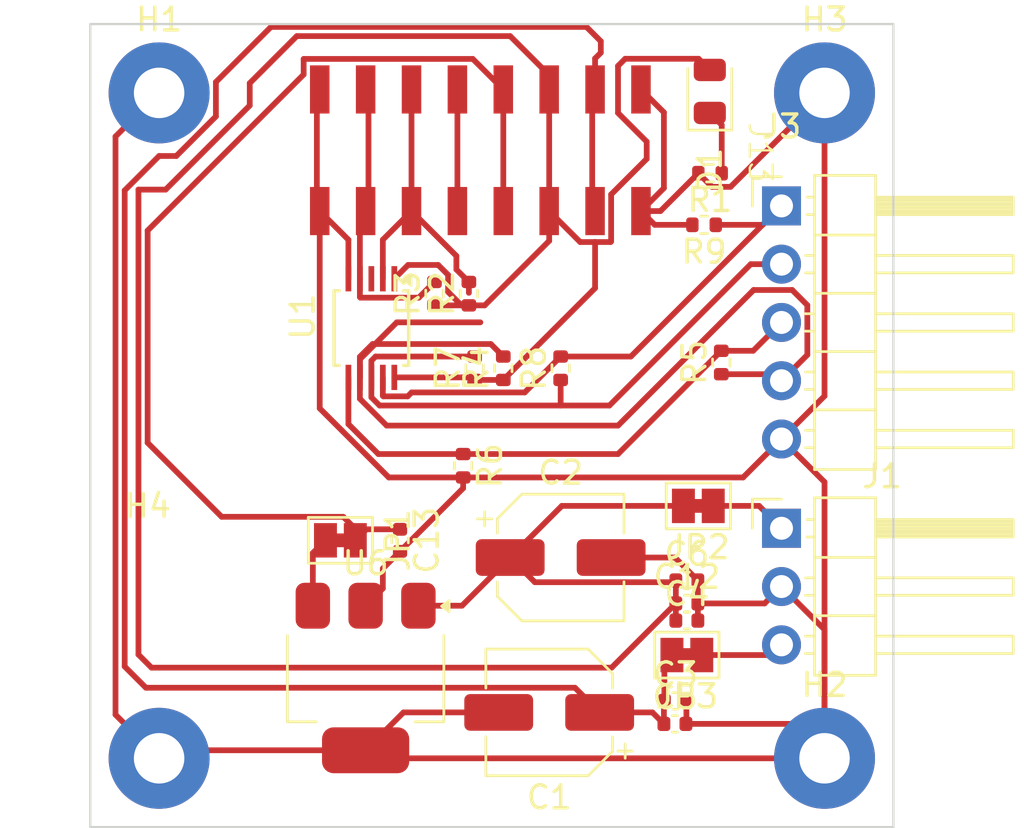
<source format=kicad_pcb>
(kicad_pcb (version 20240108) (generator "pcbnew") (generator_version "8.0")
  (layers (0 "F.Cu" signal) (31 "B.Cu" signal) (34 "B.Paste" user) (35 "F.Paste" user) (36 "B.SilkS" user "B.Silkscreen") (37 "F.SilkS" user "F.Silkscreen") (38 "B.Mask" user) (39 "F.Mask" user) (44 "Edge.Cuts" user))
  (net 0 "")
  (net 1 "GND")
  (net 2 "SDA")
  (net 3 "SCL")
  (net 4 "+3V3")
  (net 5 "+5V")
  (net 6 "Net-(J1-Pin_1)")
  (net 7 "Net-(J1-Pin_3)")
  (net 8 "+12V")
  (net 9 "IO2")
  (net 10 "Net-(D1-K)")
  (net 11 "DSDAM")
  (net 12 "DSCLP")
  (net 13 "DSCLM")
  (net 14 "DSDAP")
  (net 15 "Net-(JP1-A)")
  (footprint "MountingHole:MountingHole_2.2mm_M2_Pad_TopBottom" (layer "F.Cu") (at 247.5 97)
    (property "Reference" "H2" (at 0 -3.2 0) (layer "F.SilkS"))
    (property "Value" "MountingHole_Pad")
    (pad "1" thru_hole circle (at 0 0) (size 2.6 2.6) (drill 2.2) (layers "*.Cu" "*.Mask") (net 1 "GND"))
    (pad "1" connect circle (at 0 0) (size 4.4 4.4) (layers "F.Cu" "F.Mask") (net 1 "GND"))
    (pad "1" connect circle (at 0 0) (size 4.4 4.4) (layers "B.Cu" "B.Mask") (net 1 "GND"))
  )
  (footprint "Capacitor_SMD:C_0402_1005Metric" (layer "F.Cu") (at 241.5 90.25)
    (property "Reference" "C12" (at 0 -1.16 0) (layer "F.SilkS"))
    (property "Value" "4.7µF")
    (fp_line (start -0.107836 -0.36) (end 0.107836 -0.36) (stroke (width 0.12)) (layer "F.SilkS"))
    (fp_line (start -0.107836 0.36) (end 0.107836 0.36) (stroke (width 0.12)) (layer "F.SilkS"))
    (pad "1" smd roundrect (at -0.48 0) (size 0.56 0.62) (layers "F.Cu" "F.Paste" "F.Mask") (net 5 "+5V"))
    (pad "2" smd roundrect (at 0.48 0) (size 0.56 0.62) (layers "F.Cu" "F.Paste" "F.Mask") (net 1 "GND"))
  )
  (footprint "Package_SO:TSSOP-10_3x3mm_P0.5mm" (layer "F.Cu") (at 227.75 78.25 -90)
    (property "Reference" "U1" (at -0.5 3 90) (layer "F.SilkS"))
    (property "Value" "PCA9615DP")
    (fp_line (start -1.625 1.625) (end 1.625 1.625) (stroke (width 0.15)) (layer "F.SilkS"))
    (fp_line (start -1.625 1.625) (end -1.625 1.4) (stroke (width 0.15)) (layer "F.SilkS"))
    (fp_line (start 1.625 1.625) (end 1.625 1.4) (stroke (width 0.15)) (layer "F.SilkS"))
    (fp_line (start -1.625 -1.625) (end -1.625 -1.4) (stroke (width 0.15)) (layer "F.SilkS"))
    (fp_line (start -1.625 -1.625) (end 1.625 -1.625) (stroke (width 0.15)) (layer "F.SilkS"))
    (fp_line (start 1.625 -1.625) (end 1.625 -1.4) (stroke (width 0.15)) (layer "F.SilkS"))
    (fp_poly (pts (xy -2.1 -1.4) (xy -2.34 -1.73) (xy -1.86 -1.73) (xy -2.1 -1.4)) (stroke (width 0.12)) (fill solid) (layer "F.SilkS"))
    (pad "1" smd rect (at -2.15 -1 270) (size 1.1 0.25) (layers "F.Cu" "F.Paste" "F.Mask") (net 5 "+5V"))
    (pad "2" smd rect (at -2.15 -0.5 270) (size 1.1 0.25) (layers "F.Cu" "F.Paste" "F.Mask") (net 2 "SDA"))
    (pad "3" smd rect (at -2.15 0 270) (size 1.1 0.25) (layers "F.Cu" "F.Paste" "F.Mask"))
    (pad "4" smd rect (at -2.15 0.5 270) (size 1.1 0.25) (layers "F.Cu" "F.Paste" "F.Mask") (net 3 "SCL"))
    (pad "5" smd rect (at -2.15 1 270) (size 1.1 0.25) (layers "F.Cu" "F.Paste" "F.Mask") (net 1 "GND"))
    (pad "6" smd rect (at 2.15 1 270) (size 1.1 0.25) (layers "F.Cu" "F.Paste" "F.Mask") (net 13 "DSCLM"))
    (pad "7" smd rect (at 2.15 0.5 270) (size 1.1 0.25) (layers "F.Cu" "F.Paste" "F.Mask") (net 12 "DSCLP"))
    (pad "8" smd rect (at 2.15 0 270) (size 1.1 0.25) (layers "F.Cu" "F.Paste" "F.Mask") (net 14 "DSDAP"))
    (pad "9" smd rect (at 2.15 -0.5 270) (size 1.1 0.25) (layers "F.Cu" "F.Paste" "F.Mask") (net 11 "DSDAM"))
    (pad "10" smd rect (at 2.15 -1 270) (size 1.1 0.25) (layers "F.Cu" "F.Paste" "F.Mask") (net 5 "+5V"))
  )
  (footprint "Capacitor_SMD:CP_Elec_5x3" (layer "F.Cu") (at 236 88.25)
    (property "Reference" "C2" (at 0 -3.7 360) (layer "F.SilkS"))
    (property "Value" "0.1µF")
    (fp_line (start -3.625 -1.685) (end -3 -1.685) (stroke (width 0.12)) (layer "F.SilkS"))
    (fp_line (start -3.3125 -1.9975) (end -3.3125 -1.3725) (stroke (width 0.12)) (layer "F.SilkS"))
    (fp_line (start -2.76 -1.695563) (end -2.76 -1.06) (stroke (width 0.12)) (layer "F.SilkS"))
    (fp_line (start -2.76 -1.695563) (end -1.695563 -2.76) (stroke (width 0.12)) (layer "F.SilkS"))
    (fp_line (start -2.76 1.695563) (end -2.76 1.06) (stroke (width 0.12)) (layer "F.SilkS"))
    (fp_line (start -2.76 1.695563) (end -1.695563 2.76) (stroke (width 0.12)) (layer "F.SilkS"))
    (fp_line (start -1.695563 -2.76) (end 2.76 -2.76) (stroke (width 0.12)) (layer "F.SilkS"))
    (fp_line (start -1.695563 2.76) (end 2.76 2.76) (stroke (width 0.12)) (layer "F.SilkS"))
    (fp_line (start 2.76 -2.76) (end 2.76 -1.06) (stroke (width 0.12)) (layer "F.SilkS"))
    (fp_line (start 2.76 2.76) (end 2.76 1.06) (stroke (width 0.12)) (layer "F.SilkS"))
    (pad "1" smd roundrect (at -2.2 0) (size 3 1.6) (layers "F.Cu" "F.Paste" "F.Mask") (roundrect_rratio 0.15625) (net 5 "+5V"))
    (pad "2" smd roundrect (at 2.2 0) (size 3 1.6) (layers "F.Cu" "F.Paste" "F.Mask") (roundrect_rratio 0.15625) (net 1 "GND"))
  )
  (footprint "Resistor_SMD:R_0402_1005Metric" (layer "F.Cu") (at 232.25 80 90)
    (property "Reference" "R7" (at 0 -1.17 90) (layer "F.SilkS"))
    (property "Value" "600")
    (fp_line (start -0.153641 -0.38) (end 0.153641 -0.38) (stroke (width 0.12)) (layer "F.SilkS"))
    (fp_line (start -0.153641 0.38) (end 0.153641 0.38) (stroke (width 0.12)) (layer "F.SilkS"))
    (pad "1" smd roundrect (at -0.51 0 90) (size 0.54 0.64) (layers "F.Cu" "F.Paste" "F.Mask") (net 5 "+5V"))
    (pad "2" smd roundrect (at 0.51 0 90) (size 0.54 0.64) (layers "F.Cu" "F.Paste" "F.Mask") (net 14 "DSDAP"))
  )
  (footprint "Resistor_SMD:R_0402_1005Metric" (layer "F.Cu") (at 242.51 71.5 180)
    (property "Reference" "R1" (at 0 -1.17 0) (layer "F.SilkS"))
    (property "Value" "1k")
    (fp_line (start -0.153641 0.38) (end 0.153641 0.38) (stroke (width 0.12)) (layer "F.SilkS"))
    (fp_line (start -0.153641 -0.38) (end 0.153641 -0.38) (stroke (width 0.12)) (layer "F.SilkS"))
    (pad "1" smd roundrect (at -0.51 0 180) (size 0.54 0.64) (layers "F.Cu" "F.Paste" "F.Mask") (net 10 "Net-(D1-K)"))
    (pad "2" smd roundrect (at 0.51 0 180) (size 0.54 0.64) (layers "F.Cu" "F.Paste" "F.Mask") (net 1 "GND"))
  )
  (footprint "Jumper:SolderJumper-2_P1.3mm_Bridged_Pad1.0x1.5mm" (layer "F.Cu") (at 241.5 92.5 180)
    (property "Reference" "JP3" (at 0 -1.8 360) (layer "F.SilkS"))
    (property "Value" "MEASO")
    (fp_poly (pts (xy -0.25 -0.3) (xy 0.25 -0.3) (xy 0.25 0.3) (xy -0.25 0.3)) (fill solid) (layer "F.Cu"))
    (fp_line (start 1.4 1) (end -1.4 1) (stroke (width 0.12)) (layer "F.SilkS"))
    (fp_line (start 1.4 -1) (end 1.4 1) (stroke (width 0.12)) (layer "F.SilkS"))
    (fp_line (start -1.4 1) (end -1.4 -1) (stroke (width 0.12)) (layer "F.SilkS"))
    (fp_line (start -1.4 -1) (end 1.4 -1) (stroke (width 0.12)) (layer "F.SilkS"))
    (pad "1" smd rect (at -0.65 0 180) (size 1 1.5) (layers "F.Cu" "F.Mask") (net 7 "Net-(J1-Pin_3)"))
    (pad "2" smd rect (at 0.65 0 180) (size 1 1.5) (layers "F.Cu" "F.Mask") (net 8 "+12V"))
  )
  (footprint "Resistor_SMD:R_0402_1005Metric" (layer "F.Cu") (at 236 80 90)
    (property "Reference" "R8" (at 0 -1.17 90) (layer "F.SilkS"))
    (property "Value" "120")
    (fp_line (start -0.153641 -0.38) (end 0.153641 -0.38) (stroke (width 0.12)) (layer "F.SilkS"))
    (fp_line (start -0.153641 0.38) (end 0.153641 0.38) (stroke (width 0.12)) (layer "F.SilkS"))
    (pad "1" smd roundrect (at -0.51 0 90) (size 0.54 0.64) (layers "F.Cu" "F.Paste" "F.Mask") (net 14 "DSDAP"))
    (pad "2" smd roundrect (at 0.51 0 90) (size 0.54 0.64) (layers "F.Cu" "F.Paste" "F.Mask") (net 11 "DSDAM"))
  )
  (footprint "Connector_PinHeader_2.54mm:PinHeader_1x05_P2.54mm_Horizontal" (layer "F.Cu") (at 245.625 72.925)
    (property "Reference" "J3" (at 0 -3.46 0) (layer "F.SilkS"))
    (property "Value" "DATA")
    (fp_line (start -1.27 -1.27) (end 0 -1.27) (stroke (width 0.12)) (layer "F.SilkS"))
    (fp_line (start -1.27 0) (end -1.27 -1.27) (stroke (width 0.12)) (layer "F.SilkS"))
    (fp_line (start 1.042929 2.16) (end 1.44 2.16) (stroke (width 0.12)) (layer "F.SilkS"))
    (fp_line (start 1.042929 2.92) (end 1.44 2.92) (stroke (width 0.12)) (layer "F.SilkS"))
    (fp_line (start 1.042929 4.7) (end 1.44 4.7) (stroke (width 0.12)) (layer "F.SilkS"))
    (fp_line (start 1.042929 5.46) (end 1.44 5.46) (stroke (width 0.12)) (layer "F.SilkS"))
    (fp_line (start 1.042929 7.24) (end 1.44 7.24) (stroke (width 0.12)) (layer "F.SilkS"))
    (fp_line (start 1.042929 8) (end 1.44 8) (stroke (width 0.12)) (layer "F.SilkS"))
    (fp_line (start 1.042929 9.78) (end 1.44 9.78) (stroke (width 0.12)) (layer "F.SilkS"))
    (fp_line (start 1.042929 10.54) (end 1.44 10.54) (stroke (width 0.12)) (layer "F.SilkS"))
    (fp_line (start 1.11 -0.38) (end 1.44 -0.38) (stroke (width 0.12)) (layer "F.SilkS"))
    (fp_line (start 1.11 0.38) (end 1.44 0.38) (stroke (width 0.12)) (layer "F.SilkS"))
    (fp_line (start 1.44 -1.33) (end 1.44 11.49) (stroke (width 0.12)) (layer "F.SilkS"))
    (fp_line (start 1.44 1.27) (end 4.1 1.27) (stroke (width 0.12)) (layer "F.SilkS"))
    (fp_line (start 1.44 3.81) (end 4.1 3.81) (stroke (width 0.12)) (layer "F.SilkS"))
    (fp_line (start 1.44 6.35) (end 4.1 6.35) (stroke (width 0.12)) (layer "F.SilkS"))
    (fp_line (start 1.44 8.89) (end 4.1 8.89) (stroke (width 0.12)) (layer "F.SilkS"))
    (fp_line (start 1.44 11.49) (end 4.1 11.49) (stroke (width 0.12)) (layer "F.SilkS"))
    (fp_line (start 4.1 -1.33) (end 1.44 -1.33) (stroke (width 0.12)) (layer "F.SilkS"))
    (fp_line (start 4.1 -0.38) (end 10.1 -0.38) (stroke (width 0.12)) (layer "F.SilkS"))
    (fp_line (start 4.1 -0.32) (end 10.1 -0.32) (stroke (width 0.12)) (layer "F.SilkS"))
    (fp_line (start 4.1 -0.2) (end 10.1 -0.2) (stroke (width 0.12)) (layer "F.SilkS"))
    (fp_line (start 4.1 -0.08) (end 10.1 -0.08) (stroke (width 0.12)) (layer "F.SilkS"))
    (fp_line (start 4.1 0.04) (end 10.1 0.04) (stroke (width 0.12)) (layer "F.SilkS"))
    (fp_line (start 4.1 0.16) (end 10.1 0.16) (stroke (width 0.12)) (layer "F.SilkS"))
    (fp_line (start 4.1 0.28) (end 10.1 0.28) (stroke (width 0.12)) (layer "F.SilkS"))
    (fp_line (start 4.1 2.16) (end 10.1 2.16) (stroke (width 0.12)) (layer "F.SilkS"))
    (fp_line (start 4.1 4.7) (end 10.1 4.7) (stroke (width 0.12)) (layer "F.SilkS"))
    (fp_line (start 4.1 7.24) (end 10.1 7.24) (stroke (width 0.12)) (layer "F.SilkS"))
    (fp_line (start 4.1 9.78) (end 10.1 9.78) (stroke (width 0.12)) (layer "F.SilkS"))
    (fp_line (start 4.1 11.49) (end 4.1 -1.33) (stroke (width 0.12)) (layer "F.SilkS"))
    (fp_line (start 10.1 -0.38) (end 10.1 0.38) (stroke (width 0.12)) (layer "F.SilkS"))
    (fp_line (start 10.1 0.38) (end 4.1 0.38) (stroke (width 0.12)) (layer "F.SilkS"))
    (fp_line (start 10.1 2.16) (end 10.1 2.92) (stroke (width 0.12)) (layer "F.SilkS"))
    (fp_line (start 10.1 2.92) (end 4.1 2.92) (stroke (width 0.12)) (layer "F.SilkS"))
    (fp_line (start 10.1 4.7) (end 10.1 5.46) (stroke (width 0.12)) (layer "F.SilkS"))
    (fp_line (start 10.1 5.46) (end 4.1 5.46) (stroke (width 0.12)) (layer "F.SilkS"))
    (fp_line (start 10.1 7.24) (end 10.1 8) (stroke (width 0.12)) (layer "F.SilkS"))
    (fp_line (start 10.1 8) (end 4.1 8) (stroke (width 0.12)) (layer "F.SilkS"))
    (fp_line (start 10.1 9.78) (end 10.1 10.54) (stroke (width 0.12)) (layer "F.SilkS"))
    (fp_line (start 10.1 10.54) (end 4.1 10.54) (stroke (width 0.12)) (layer "F.SilkS"))
    (pad "1" thru_hole rect (at 0 0) (size 1.7 1.7) (drill 1) (layers "*.Cu" "*.Mask") (net 11 "DSDAM"))
    (pad "2" thru_hole oval (at 0 2.54) (size 1.7 1.7) (drill 1) (layers "*.Cu" "*.Mask") (net 14 "DSDAP"))
    (pad "3" thru_hole oval (at 0 5.08) (size 1.7 1.7) (drill 1) (layers "*.Cu" "*.Mask") (net 13 "DSCLM"))
    (pad "4" thru_hole oval (at 0 7.62) (size 1.7 1.7) (drill 1) (layers "*.Cu" "*.Mask") (net 12 "DSCLP"))
    (pad "5" thru_hole oval (at 0 10.16) (size 1.7 1.7) (drill 1) (layers "*.Cu" "*.Mask") (net 1 "GND"))
  )
  (footprint "MountingHole:MountingHole_2.2mm_M2_Pad_TopBottom" (layer "F.Cu") (at 218.5 97)
    (property "Reference" "H4" (at -0.5 -11 0) (layer "F.SilkS"))
    (property "Value" "MountingHole_Pad")
    (pad "1" thru_hole circle (at 0 0) (size 2.6 2.6) (drill 2.2) (layers "*.Cu" "*.Mask") (net 1 "GND"))
    (pad "1" connect circle (at 0 0) (size 4.4 4.4) (layers "F.Cu" "F.Mask") (net 1 "GND"))
    (pad "1" connect circle (at 0 0) (size 4.4 4.4) (layers "B.Cu" "B.Mask") (net 1 "GND"))
  )
  (footprint "Capacitor_SMD:C_0402_1005Metric" (layer "F.Cu") (at 241 94.5)
    (property "Reference" "C3" (at 0 -1.16 360) (layer "F.SilkS"))
    (property "Value" "0.22µF")
    (fp_line (start -0.107836 -0.36) (end 0.107836 -0.36) (stroke (width 0.12)) (layer "F.SilkS"))
    (fp_line (start -0.107836 0.36) (end 0.107836 0.36) (stroke (width 0.12)) (layer "F.SilkS"))
    (pad "1" smd roundrect (at -0.48 0) (size 0.56 0.62) (layers "F.Cu" "F.Paste" "F.Mask") (net 8 "+12V"))
    (pad "2" smd roundrect (at 0.48 0) (size 0.56 0.62) (layers "F.Cu" "F.Paste" "F.Mask") (net 1 "GND"))
  )
  (footprint "Jumper:SolderJumper-2_P1.3mm_Bridged_Pad1.0x1.5mm" (layer "F.Cu") (at 226.4 87.5)
    (property "Reference" "JP1" (at 2.5 0 90) (layer "F.SilkS"))
    (property "Value" "MEASO")
    (fp_poly (pts (xy -0.25 -0.3) (xy 0.25 -0.3) (xy 0.25 0.3) (xy -0.25 0.3)) (fill solid) (layer "F.Cu"))
    (fp_line (start -1.4 -1) (end 1.4 -1) (stroke (width 0.12)) (layer "F.SilkS"))
    (fp_line (start -1.4 1) (end -1.4 -1) (stroke (width 0.12)) (layer "F.SilkS"))
    (fp_line (start 1.4 -1) (end 1.4 1) (stroke (width 0.12)) (layer "F.SilkS"))
    (fp_line (start 1.4 1) (end -1.4 1) (stroke (width 0.12)) (layer "F.SilkS"))
    (pad "1" smd rect (at -0.65 0) (size 1 1.5) (layers "F.Cu" "F.Mask") (net 15 "Net-(JP1-A)"))
    (pad "2" smd rect (at 0.65 0) (size 1 1.5) (layers "F.Cu" "F.Mask") (net 4 "+3V3"))
  )
  (footprint "Capacitor_SMD:C_0402_1005Metric" (layer "F.Cu") (at 241.5 89.25)
    (property "Reference" "C6" (at 0 -1.16 0) (layer "F.SilkS"))
    (property "Value" "0.1µF")
    (fp_line (start -0.107836 -0.36) (end 0.107836 -0.36) (stroke (width 0.12)) (layer "F.SilkS"))
    (fp_line (start -0.107836 0.36) (end 0.107836 0.36) (stroke (width 0.12)) (layer "F.SilkS"))
    (pad "1" smd roundrect (at -0.48 0) (size 0.56 0.62) (layers "F.Cu" "F.Paste" "F.Mask") (net 5 "+5V"))
    (pad "2" smd roundrect (at 0.48 0) (size 0.56 0.62) (layers "F.Cu" "F.Paste" "F.Mask") (net 1 "GND"))
  )
  (footprint "LED_SMD:LED_0805_2012Metric" (layer "F.Cu") (at 242.5 67.9375 90)
    (property "Reference" "D1" (at -3.4375 0 90) (layer "F.SilkS"))
    (property "Value" "GREEN")
    (fp_line (start 1 -0.96) (end -1.685 -0.96) (stroke (width 0.12)) (layer "F.SilkS"))
    (fp_line (start -1.685 -0.96) (end -1.685 0.96) (stroke (width 0.12)) (layer "F.SilkS"))
    (fp_line (start -1.685 0.96) (end 1 0.96) (stroke (width 0.12)) (layer "F.SilkS"))
    (pad "1" smd roundrect (at -0.9375 0 90) (size 0.975 1.4) (layers "F.Cu" "F.Paste" "F.Mask") (net 10 "Net-(D1-K)"))
    (pad "2" smd roundrect (at 0.9375 0 90) (size 0.975 1.4) (layers "F.Cu" "F.Paste" "F.Mask") (net 5 "+5V"))
  )
  (footprint "Resistor_SMD:R_0402_1005Metric" (layer "F.Cu") (at 230.5 76.75 90)
    (property "Reference" "R3" (at 0 -1.17 90) (layer "F.SilkS"))
    (property "Value" "4k7")
    (fp_line (start -0.153641 -0.38) (end 0.153641 -0.38) (stroke (width 0.12)) (layer "F.SilkS"))
    (fp_line (start -0.153641 0.38) (end 0.153641 0.38) (stroke (width 0.12)) (layer "F.SilkS"))
    (pad "1" smd roundrect (at -0.51 0 90) (size 0.54 0.64) (layers "F.Cu" "F.Paste" "F.Mask") (net 5 "+5V"))
    (pad "2" smd roundrect (at 0.51 0 90) (size 0.54 0.64) (layers "F.Cu" "F.Paste" "F.Mask") (net 3 "SCL"))
  )
  (footprint "Connector_PinHeader_2.54mm:PinHeader_1x03_P2.54mm_Horizontal" (layer "F.Cu") (at 245.625 86.975)
    (property "Reference" "J1" (at 4.385 -2.27 360) (layer "F.SilkS"))
    (property "Value" "Power")
    (fp_line (start -1.27 -1.27) (end 0 -1.27) (stroke (width 0.12)) (layer "F.SilkS"))
    (fp_line (start -1.27 0) (end -1.27 -1.27) (stroke (width 0.12)) (layer "F.SilkS"))
    (fp_line (start 1.042929 2.16) (end 1.44 2.16) (stroke (width 0.12)) (layer "F.SilkS"))
    (fp_line (start 1.042929 2.92) (end 1.44 2.92) (stroke (width 0.12)) (layer "F.SilkS"))
    (fp_line (start 1.042929 4.7) (end 1.44 4.7) (stroke (width 0.12)) (layer "F.SilkS"))
    (fp_line (start 1.042929 5.46) (end 1.44 5.46) (stroke (width 0.12)) (layer "F.SilkS"))
    (fp_line (start 1.11 -0.38) (end 1.44 -0.38) (stroke (width 0.12)) (layer "F.SilkS"))
    (fp_line (start 1.11 0.38) (end 1.44 0.38) (stroke (width 0.12)) (layer "F.SilkS"))
    (fp_line (start 1.44 -1.33) (end 1.44 6.41) (stroke (width 0.12)) (layer "F.SilkS"))
    (fp_line (start 1.44 1.27) (end 4.1 1.27) (stroke (width 0.12)) (layer "F.SilkS"))
    (fp_line (start 1.44 3.81) (end 4.1 3.81) (stroke (width 0.12)) (layer "F.SilkS"))
    (fp_line (start 1.44 6.41) (end 4.1 6.41) (stroke (width 0.12)) (layer "F.SilkS"))
    (fp_line (start 4.1 -1.33) (end 1.44 -1.33) (stroke (width 0.12)) (layer "F.SilkS"))
    (fp_line (start 4.1 -0.38) (end 10.1 -0.38) (stroke (width 0.12)) (layer "F.SilkS"))
    (fp_line (start 4.1 -0.32) (end 10.1 -0.32) (stroke (width 0.12)) (layer "F.SilkS"))
    (fp_line (start 4.1 -0.2) (end 10.1 -0.2) (stroke (width 0.12)) (layer "F.SilkS"))
    (fp_line (start 4.1 -0.08) (end 10.1 -0.08) (stroke (width 0.12)) (layer "F.SilkS"))
    (fp_line (start 4.1 0.04) (end 10.1 0.04) (stroke (width 0.12)) (layer "F.SilkS"))
    (fp_line (start 4.1 0.16) (end 10.1 0.16) (stroke (width 0.12)) (layer "F.SilkS"))
    (fp_line (start 4.1 0.28) (end 10.1 0.28) (stroke (width 0.12)) (layer "F.SilkS"))
    (fp_line (start 4.1 2.16) (end 10.1 2.16) (stroke (width 0.12)) (layer "F.SilkS"))
    (fp_line (start 4.1 4.7) (end 10.1 4.7) (stroke (width 0.12)) (layer "F.SilkS"))
    (fp_line (start 4.1 6.41) (end 4.1 -1.33) (stroke (width 0.12)) (layer "F.SilkS"))
    (fp_line (start 10.1 -0.38) (end 10.1 0.38) (stroke (width 0.12)) (layer "F.SilkS"))
    (fp_line (start 10.1 0.38) (end 4.1 0.38) (stroke (width 0.12)) (layer "F.SilkS"))
    (fp_line (start 10.1 2.16) (end 10.1 2.92) (stroke (width 0.12)) (layer "F.SilkS"))
    (fp_line (start 10.1 2.92) (end 4.1 2.92) (stroke (width 0.12)) (layer "F.SilkS"))
    (fp_line (start 10.1 4.7) (end 10.1 5.46) (stroke (width 0.12)) (layer "F.SilkS"))
    (fp_line (start 10.1 5.46) (end 4.1 5.46) (stroke (width 0.12)) (layer "F.SilkS"))
    (pad "1" thru_hole rect (at 0 0) (size 1.7 1.7) (drill 1) (layers "*.Cu" "*.Mask") (net 6 "Net-(J1-Pin_1)"))
    (pad "2" thru_hole oval (at 0 2.54) (size 1.7 1.7) (drill 1) (layers "*.Cu" "*.Mask") (net 1 "GND"))
    (pad "3" thru_hole oval (at 0 5.08) (size 1.7 1.7) (drill 1) (layers "*.Cu" "*.Mask") (net 7 "Net-(J1-Pin_3)"))
  )
  (footprint "Capacitor_SMD:CP_Elec_5x3" (layer "F.Cu") (at 235.5 95 180)
    (property "Reference" "C1" (at 0 -3.7 360) (layer "F.SilkS"))
    (property "Value" "0.1µF")
    (fp_line (start 2.76 2.76) (end 2.76 1.06) (stroke (width 0.12)) (layer "F.SilkS"))
    (fp_line (start 2.76 -2.76) (end 2.76 -1.06) (stroke (width 0.12)) (layer "F.SilkS"))
    (fp_line (start -1.695563 2.76) (end 2.76 2.76) (stroke (width 0.12)) (layer "F.SilkS"))
    (fp_line (start -1.695563 -2.76) (end 2.76 -2.76) (stroke (width 0.12)) (layer "F.SilkS"))
    (fp_line (start -2.76 1.695563) (end -1.695563 2.76) (stroke (width 0.12)) (layer "F.SilkS"))
    (fp_line (start -2.76 1.695563) (end -2.76 1.06) (stroke (width 0.12)) (layer "F.SilkS"))
    (fp_line (start -2.76 -1.695563) (end -1.695563 -2.76) (stroke (width 0.12)) (layer "F.SilkS"))
    (fp_line (start -2.76 -1.695563) (end -2.76 -1.06) (stroke (width 0.12)) (layer "F.SilkS"))
    (fp_line (start -3.3125 -1.9975) (end -3.3125 -1.3725) (stroke (width 0.12)) (layer "F.SilkS"))
    (fp_line (start -3.625 -1.685) (end -3 -1.685) (stroke (width 0.12)) (layer "F.SilkS"))
    (pad "1" smd roundrect (at -2.2 0 180) (size 3 1.6) (layers "F.Cu" "F.Paste" "F.Mask") (roundrect_rratio 0.15625) (net 8 "+12V"))
    (pad "2" smd roundrect (at 2.2 0 180) (size 3 1.6) (layers "F.Cu" "F.Paste" "F.Mask") (roundrect_rratio 0.15625) (net 1 "GND"))
  )
  (footprint "CustomFotLibByJan:BF100-16-A-D-1-0640-L-C" (layer "F.Cu") (at 239.5 67.85 -90)
    (property "Reference" "J13" (at 2.75 -5.2 -90) (layer "F.SilkS") (effects (font (thickness 0.1))))
    (property "Value" "Steckverbinder_Male_1")
    (pad "" np_thru_hole circle (at 2.65 1 270) (size 0.5 0.5) (drill 1.5) (layers "F&B.Cu" "*.Mask"))
    (pad "" np_thru_hole circle (at 2.65 13 270) (size 0.5 0.5) (drill 1.5) (layers "F&B.Cu" "*.Mask"))
    (pad "a1" smd rect (at 0 0 270) (size 2.1 0.85) (layers "F.Cu" "F.Paste" "F.Mask") (net 1 "GND"))
    (pad "a2" smd rect (at 0 2 270) (size 2.1 0.85) (layers "F.Cu" "F.Paste" "F.Mask") (net 8 "+12V"))
    (pad "a3" smd rect (at 0 4 270) (size 2.1 0.85) (layers "F.Cu" "F.Paste" "F.Mask") (net 5 "+5V"))
    (pad "a4" smd rect (at 0 6 270) (size 2.1 0.85) (layers "F.Cu" "F.Paste" "F.Mask") (net 4 "+3V3"))
    (pad "a5" smd rect (at 0 8 270) (size 2.1 0.85) (layers "F.Cu" "F.Paste" "F.Mask") (net 9 "IO2"))
    (pad "a6" smd rect (at 0 10 270) (size 2.1 0.85) (layers "F.Cu" "F.Paste" "F.Mask") (net 2 "SDA"))
    (pad "a7" smd rect (at 0 12 270) (size 2.1 0.85) (layers "F.Cu" "F.Paste" "F.Mask") (net 3 "SCL"))
    (pad "a8" smd rect (at 0 14 270) (size 2.1 0.85) (layers "F.Cu" "F.Paste" "F.Mask") (net 1 "GND"))
    (pad "b1" smd rect (at 5.3 0 270) (size 2.1 0.85) (layers "F.Cu" "F.Paste" "F.Mask") (net 1 "GND"))
    (pad "b2" smd rect (at 5.3 2 270) (size 2.1 0.85) (layers "F.Cu" "F.Paste" "F.Mask") (net 8 "+12V"))
    (pad "b3" smd rect (at 5.3 4 270) (size 2.1 0.85) (layers "F.Cu" "F.Paste" "F.Mask") (net 5 "+5V"))
    (pad "b4" smd rect (at 5.3 6 270) (size 2.1 0.85) (layers "F.Cu" "F.Paste" "F.Mask") (net 4 "+3V3"))
    (pad "b5" smd rect (at 5.3 8 270) (size 2.1 0.85) (layers "F.Cu" "F.Paste" "F.Mask") (net 9 "IO2"))
    (pad "b6" smd rect (at 5.3 10 270) (size 2.1 0.85) (layers "F.Cu" "F.Paste" "F.Mask") (net 2 "SDA"))
    (pad "b7" smd rect (at 5.3 12 270) (size 2.1 0.85) (layers "F.Cu" "F.Paste" "F.Mask") (net 3 "SCL"))
    (pad "b8" smd rect (at 5.3 14 270) (size 2.1 0.85) (layers "F.Cu" "F.Paste" "F.Mask") (net 1 "GND"))
  )
  (footprint "Capacitor_SMD:C_0402_1005Metric" (layer "F.Cu") (at 229 87.5 -90)
    (property "Reference" "C13" (at 0 -1.16 90) (layer "F.SilkS"))
    (property "Value" "4.7µF")
    (fp_line (start -0.107836 0.36) (end 0.107836 0.36) (stroke (width 0.12)) (layer "F.SilkS"))
    (fp_line (start -0.107836 -0.36) (end 0.107836 -0.36) (stroke (width 0.12)) (layer "F.SilkS"))
    (pad "1" smd roundrect (at -0.48 0 270) (size 0.56 0.62) (layers "F.Cu" "F.Paste" "F.Mask") (net 4 "+3V3"))
    (pad "2" smd roundrect (at 0.48 0 270) (size 0.56 0.62) (layers "F.Cu" "F.Paste" "F.Mask") (net 1 "GND"))
  )
  (footprint "Resistor_SMD:R_0402_1005Metric" (layer "F.Cu") (at 232 76.75 90)
    (property "Reference" "R2" (at 0 -1.17 90) (layer "F.SilkS"))
    (property "Value" "4k7")
    (fp_line (start -0.153641 -0.38) (end 0.153641 -0.38) (stroke (width 0.12)) (layer "F.SilkS"))
    (fp_line (start -0.153641 0.38) (end 0.153641 0.38) (stroke (width 0.12)) (layer "F.SilkS"))
    (pad "1" smd roundrect (at -0.51 0 90) (size 0.54 0.64) (layers "F.Cu" "F.Paste" "F.Mask") (net 5 "+5V"))
    (pad "2" smd roundrect (at 0.51 0 90) (size 0.54 0.64) (layers "F.Cu" "F.Paste" "F.Mask") (net 2 "SDA"))
  )
  (footprint "Capacitor_SMD:C_0402_1005Metric" (layer "F.Cu") (at 240.98 95.5)
    (property "Reference" "C5" (at 0 -1.16 360) (layer "F.SilkS"))
    (property "Value" "0.1µF")
    (fp_line (start -0.107836 -0.36) (end 0.107836 -0.36) (stroke (width 0.12)) (layer "F.SilkS"))
    (fp_line (start -0.107836 0.36) (end 0.107836 0.36) (stroke (width 0.12)) (layer "F.SilkS"))
    (pad "1" smd roundrect (at -0.48 0) (size 0.56 0.62) (layers "F.Cu" "F.Paste" "F.Mask") (net 8 "+12V"))
    (pad "2" smd roundrect (at 0.48 0) (size 0.56 0.62) (layers "F.Cu" "F.Paste" "F.Mask") (net 1 "GND"))
  )
  (footprint "MountingHole:MountingHole_2.2mm_M2_Pad_TopBottom" (layer "F.Cu") (at 218.5 68)
    (property "Reference" "H1" (at 0 -3.2 0) (layer "F.SilkS"))
    (property "Value" "MountingHole_Pad")
    (pad "1" thru_hole circle (at 0 0) (size 2.6 2.6) (drill 2.2) (layers "*.Cu" "*.Mask") (net 1 "GND"))
    (pad "1" connect circle (at 0 0) (size 4.4 4.4) (layers "F.Cu" "F.Mask") (net 1 "GND"))
    (pad "1" connect circle (at 0 0) (size 4.4 4.4) (layers "B.Cu" "B.Mask") (net 1 "GND"))
  )
  (footprint "Resistor_SMD:R_0402_1005Metric" (layer "F.Cu") (at 231.75 84.25 -90)
    (property "Reference" "R6" (at 0 -1.17 90) (layer "F.SilkS"))
    (property "Value" "600")
    (fp_line (start -0.153641 0.38) (end 0.153641 0.38) (stroke (width 0.12)) (layer "F.SilkS"))
    (fp_line (start -0.153641 -0.38) (end 0.153641 -0.38) (stroke (width 0.12)) (layer "F.SilkS"))
    (pad "1" smd roundrect (at -0.51 0 270) (size 0.54 0.64) (layers "F.Cu" "F.Paste" "F.Mask") (net 13 "DSCLM"))
    (pad "2" smd roundrect (at 0.51 0 270) (size 0.54 0.64) (layers "F.Cu" "F.Paste" "F.Mask") (net 1 "GND"))
  )
  (footprint "Package_TO_SOT_SMD:SOT-223-3_TabPin2" (layer "F.Cu") (at 227.5 93.5 -90)
    (property "Reference" "U6" (at -5 0 360) (layer "F.SilkS"))
    (property "Value" "AP7361C-33E")
    (fp_line (start -1.85 3.41) (end 1.91 3.41) (stroke (width 0.12)) (layer "F.SilkS"))
    (fp_line (start 1.91 3.41) (end 1.91 2.15) (stroke (width 0.12)) (layer "F.SilkS"))
    (fp_line (start -1.85 -3.41) (end 1.91 -3.41) (stroke (width 0.12)) (layer "F.SilkS"))
    (fp_line (start 1.91 -3.41) (end 1.91 -2.15) (stroke (width 0.12)) (layer "F.SilkS"))
    (fp_poly (pts (xy -3.13 -3.31) (xy -3.37 -3.64) (xy -2.89 -3.64) (xy -3.13 -3.31)) (stroke (width 0.12)) (fill solid) (layer "F.SilkS"))
    (pad "1" smd roundrect (at -3.15 -2.3 270) (size 2 1.5) (layers "F.Cu" "F.Paste" "F.Mask") (net 5 "+5V"))
    (pad "2" smd roundrect (at -3.15 0 270) (size 2 1.5) (layers "F.Cu" "F.Paste" "F.Mask") (net 1 "GND"))
    (pad "2" smd roundrect (at 3.15 0 270) (size 2 3.8) (layers "F.Cu" "F.Paste" "F.Mask") (net 1 "GND"))
    (pad "3" smd roundrect (at -3.15 2.3 270) (size 2 1.5) (layers "F.Cu" "F.Paste" "F.Mask") (net 15 "Net-(JP1-A)"))
  )
  (footprint "Resistor_SMD:R_0402_1005Metric" (layer "F.Cu") (at 233.5 80 90)
    (property "Reference" "R4" (at 0 -1.17 90) (layer "F.SilkS"))
    (property "Value" "600")
    (fp_line (start -0.153641 -0.38) (end 0.153641 -0.38) (stroke (width 0.12)) (layer "F.SilkS"))
    (fp_line (start -0.153641 0.38) (end 0.153641 0.38) (stroke (width 0.12)) (layer "F.SilkS"))
    (pad "1" smd roundrect (at -0.51 0 90) (size 0.54 0.64) (layers "F.Cu" "F.Paste" "F.Mask") (net 5 "+5V"))
    (pad "2" smd roundrect (at 0.51 0 90) (size 0.54 0.64) (layers "F.Cu" "F.Paste" "F.Mask") (net 12 "DSCLP"))
  )
  (footprint "Jumper:SolderJumper-2_P1.3mm_Bridged_Pad1.0x1.5mm" (layer "F.Cu") (at 242 86 180)
    (property "Reference" "JP2" (at 0 -1.8 360) (layer "F.SilkS"))
    (property "Value" "MEASO")
    (fp_poly (pts (xy -0.25 -0.3) (xy 0.25 -0.3) (xy 0.25 0.3) (xy -0.25 0.3)) (fill solid) (layer "F.Cu"))
    (fp_line (start 1.4 1) (end -1.4 1) (stroke (width 0.12)) (layer "F.SilkS"))
    (fp_line (start 1.4 -1) (end 1.4 1) (stroke (width 0.12)) (layer "F.SilkS"))
    (fp_line (start -1.4 1) (end -1.4 -1) (stroke (width 0.12)) (layer "F.SilkS"))
    (fp_line (start -1.4 -1) (end 1.4 -1) (stroke (width 0.12)) (layer "F.SilkS"))
    (pad "1" smd rect (at -0.65 0 180) (size 1 1.5) (layers "F.Cu" "F.Mask") (net 6 "Net-(J1-Pin_1)"))
    (pad "2" smd rect (at 0.65 0 180) (size 1 1.5) (layers "F.Cu" "F.Mask") (net 5 "+5V"))
  )
  (footprint "MountingHole:MountingHole_2.2mm_M2_Pad_TopBottom" (layer "F.Cu") (at 247.5 68)
    (property "Reference" "H3" (at 0 -3.2 0) (layer "F.SilkS"))
    (property "Value" "MountingHole_Pad")
    (pad "1" thru_hole circle (at 0 0) (size 2.6 2.6) (drill 2.2) (layers "*.Cu" "*.Mask") (net 1 "GND"))
    (pad "1" connect circle (at 0 0) (size 4.4 4.4) (layers "F.Cu" "F.Mask") (net 1 "GND"))
    (pad "1" connect circle (at 0 0) (size 4.4 4.4) (layers "B.Cu" "B.Mask") (net 1 "GND"))
  )
  (footprint "Capacitor_SMD:C_0402_1005Metric" (layer "F.Cu") (at 241.5 91)
    (property "Reference" "C4" (at 0 -1.16 0) (layer "F.SilkS"))
    (property "Value" "0.22µF")
    (fp_line (start -0.107836 -0.36) (end 0.107836 -0.36) (stroke (width 0.12)) (layer "F.SilkS"))
    (fp_line (start -0.107836 0.36) (end 0.107836 0.36) (stroke (width 0.12)) (layer "F.SilkS"))
    (pad "1" smd roundrect (at -0.48 0) (size 0.56 0.62) (layers "F.Cu" "F.Paste" "F.Mask") (net 5 "+5V"))
    (pad "2" smd roundrect (at 0.48 0) (size 0.56 0.62) (layers "F.Cu" "F.Paste" "F.Mask") (net 1 "GND"))
  )
  (footprint "Resistor_SMD:R_0402_1005Metric" (layer "F.Cu") (at 243 79.75 90)
    (property "Reference" "R5" (at 0 -1.17 90) (layer "F.SilkS"))
    (property "Value" "120")
    (fp_line (start -0.153641 -0.38) (end 0.153641 -0.38) (stroke (width 0.12)) (layer "F.SilkS"))
    (fp_line (start -0.153641 0.38) (end 0.153641 0.38) (stroke (width 0.12)) (layer "F.SilkS"))
    (pad "1" smd roundrect (at -0.51 0 90) (size 0.54 0.64) (layers "F.Cu" "F.Paste" "F.Mask") (net 12 "DSCLP"))
    (pad "2" smd roundrect (at 0.51 0 90) (size 0.54 0.64) (layers "F.Cu" "F.Paste" "F.Mask") (net 13 "DSCLM"))
  )
  (footprint "Resistor_SMD:R_0402_1005Metric" (layer "F.Cu") (at 242.25 73.75 180)
    (property "Reference" "R9" (at 0 -1.17 360) (layer "F.SilkS"))
    (property "Value" "600")
    (fp_line (start -0.153641 0.38) (end 0.153641 0.38) (stroke (width 0.12)) (layer "F.SilkS"))
    (fp_line (start -0.153641 -0.38) (end 0.153641 -0.38) (stroke (width 0.12)) (layer "F.SilkS"))
    (pad "1" smd roundrect (at -0.51 0 180) (size 0.54 0.64) (layers "F.Cu" "F.Paste" "F.Mask") (net 11 "DSDAM"))
    (pad "2" smd roundrect (at 0.51 0 180) (size 0.54 0.64) (layers "F.Cu" "F.Paste" "F.Mask") (net 1 "GND"))
  )
  (gr_rect (start 215.5 65) (end 250.5 100) (stroke (width 0.1)) (fill none) (layer "Edge.Cuts"))
  (segment (start 216.6 69.9) (end 218.5 68) (width 0.25) (layer "F.Cu") (net 1))
  (segment (start 247.5 84.96) (end 245.625 83.085) (width 0.25) (layer "F.Cu") (net 1))
  (segment (start 229.15 95) (end 227.5 96.65) (width 0.25) (layer "F.Cu") (net 1))
  (segment (start 241.98 89.25) (end 241.98 90.25) (width 0.25) (layer "F.Cu") (net 1))
  (segment (start 247.5 68) (end 243.405 72.095) (width 0.25) (layer "F.Cu") (net 1))
  (segment (start 233.3 95) (end 229.15 95) (width 0.25) (layer "F.Cu") (net 1))
  (segment (start 241.46 95.5) (end 246 95.5) (width 0.25) (layer "F.Cu") (net 1))
  (segment (start 247.5 91.39) (end 245.625 89.515) (width 0.25) (layer "F.Cu") (net 1))
  (segment (start 247.5 97) (end 227.85 97) (width 0.25) (layer "F.Cu") (net 1))
  (segment (start 240.1 73.75) (end 239.5 73.15) (width 0.25) (layer "F.Cu") (net 1))
  (segment (start 231.75 84.76) (end 243.95 84.76) (width 0.25) (layer "F.Cu") (net 1))
  (segment (start 218.5 97) (end 216.6 95.1) (width 0.25) (layer "F.Cu") (net 1))
  (segment (start 245.625 83.085) (end 247.5 81.21) (width 0.25) (layer "F.Cu") (net 1))
  (segment (start 241.48 95.48) (end 241.46 95.5) (width 0.25) (layer "F.Cu") (net 1))
  (segment (start 247.5 97) (end 247.5 91.39) (width 0.25) (layer "F.Cu") (net 1))
  (segment (start 246 95.5) (end 247.5 97) (width 0.25) (layer "F.Cu") (net 1))
  (segment (start 238.2 88.25) (end 240.98 88.25) (width 0.25) (layer "F.Cu") (net 1))
  (segment (start 231.75 85.23) (end 229 87.98) (width 0.25) (layer "F.Cu") (net 1))
  (segment (start 229 87.98) (end 228.25 88.73) (width 0.25) (layer "F.Cu") (net 1))
  (segment (start 244.89 90.25) (end 245.625 89.515) (width 0.25) (layer "F.Cu") (net 1))
  (segment (start 218.85 96.65) (end 218.5 97) (width 0.25) (layer "F.Cu") (net 1))
  (segment (start 241.74 73.75) (end 240.1 73.75) (width 0.25) (layer "F.Cu") (net 1))
  (segment (start 241.98 90.25) (end 244.89 90.25) (width 0.25) (layer "F.Cu") (net 1))
  (segment (start 242.595 72.095) (end 242 71.5) (width 0.25) (layer "F.Cu") (net 1))
  (segment (start 231.75 84.76) (end 231.75 85.23) (width 0.25) (layer "F.Cu") (net 1))
  (segment (start 241.48 94.5) (end 241.48 95.48) (width 0.25) (layer "F.Cu") (net 1))
  (segment (start 225.5 73.15) (end 225.375 73.025) (width 0.25) (layer "F.Cu") (net 1))
  (segment (start 227.85 97) (end 227.5 96.65) (width 0.25) (layer "F.Cu") (net 1))
  (segment (start 227.5 96.65) (end 218.85 96.65) (width 0.25) (layer "F.Cu") (net 1))
  (segment (start 240.5 68.85) (end 239.5 67.85) (width 0.25) (layer "F.Cu") (net 1))
  (segment (start 243.405 72.095) (end 242.595 72.095) (width 0.25) (layer "F.Cu") (net 1))
  (segment (start 240.98 88.25) (end 241.98 89.25) (width 0.25) (layer "F.Cu") (net 1))
  (segment (start 241.98 91) (end 241.98 90.25) (width 0.25) (layer "F.Cu") (net 1))
  (segment (start 226.75 74.4) (end 225.5 73.15) (width 0.25) (layer "F.Cu") (net 1))
  (segment (start 228.25 89.6) (end 227.5 90.35) (width 0.25) (layer "F.Cu") (net 1))
  (segment (start 226.75 76.1) (end 226.75 74.4) (width 0.25) (layer "F.Cu") (net 1))
  (segment (start 247.5 81.21) (end 247.5 68) (width 0.25) (layer "F.Cu") (net 1))
  (segment (start 243.95 84.76) (end 245.625 83.085) (width 0.25) (layer "F.Cu") (net 1))
  (segment (start 240.5 72.15) (end 240.5 68.85) (width 0.25) (layer "F.Cu") (net 1))
  (segment (start 225.375 67.975) (end 225.5 67.85) (width 0.25) (layer "F.Cu") (net 1))
  (segment (start 231.75 84.76) (end 228.51 84.76) (width 0.25) (layer "F.Cu") (net 1))
  (segment (start 239.5 73.15) (end 240.35 73.15) (width 0.25) (layer "F.Cu") (net 1))
  (segment (start 225.375 73.025) (end 225.375 67.975) (width 0.25) (layer "F.Cu") (net 1))
  (segment (start 225.5 81.75) (end 225.5 73.15) (width 0.25) (layer "F.Cu") (net 1))
  (segment (start 247.5 97) (end 247.5 84.96) (width 0.25) (layer "F.Cu") (net 1))
  (segment (start 228.51 84.76) (end 225.5 81.75) (width 0.25) (layer "F.Cu") (net 1))
  (segment (start 240.35 73.15) (end 242 71.5) (width 0.25) (layer "F.Cu") (net 1))
  (segment (start 228.25 88.73) (end 228.25 89.6) (width 0.25) (layer "F.Cu") (net 1))
  (segment (start 216.6 95.1) (end 216.6 69.9) (width 0.25) (layer "F.Cu") (net 1))
  (segment (start 239.5 73.15) (end 240.5 72.15) (width 0.25) (layer "F.Cu") (net 1))
  (segment (start 239.5 73.775) (end 239.5 73.15) (width 0.25) (layer "F.Cu") (net 1))
  (segment (start 232 76.24) (end 231.455 75.695) (width 0.25) (layer "F.Cu") (net 2))
  (segment (start 231.455 75.695) (end 231.455 75.105) (width 0.25) (layer "F.Cu") (net 2))
  (segment (start 228.25 76.1) (end 228.25 74.4) (width 0.25) (layer "F.Cu") (net 2))
  (segment (start 231.455 75.105) (end 229.5 73.15) (width 0.25) (layer "F.Cu") (net 2))
  (segment (start 232 76.24) (end 232 76.715) (width 0.25) (layer "F.Cu") (net 2))
  (segment (start 228.25 74.4) (end 229.5 73.15) (width 0.25) (layer "F.Cu") (net 2))
  (segment (start 229.5 67.85) (end 229.5 73.15) (width 0.25) (layer "F.Cu") (net 2))
  (segment (start 230.5 76.24) (end 229.815 76.925) (width 0.25) (layer "F.Cu") (net 3))
  (segment (start 227.25 73.4) (end 227.5 73.15) (width 0.25) (layer "F.Cu") (net 3))
  (segment (start 229.815 76.925) (end 227.275 76.925) (width 0.25) (layer "F.Cu") (net 3))
  (segment (start 227.275 76.925) (end 227.25 76.9) (width 0.25) (layer "F.Cu") (net 3))
  (segment (start 227.25 76.9) (end 227.25 76.1) (width 0.25) (layer "F.Cu") (net 3))
  (segment (start 227.5 67.85) (end 227.625 67.975) (width 0.25) (layer "F.Cu") (net 3))
  (segment (start 227.25 76.1) (end 227.25 73.4) (width 0.25) (layer "F.Cu") (net 3))
  (segment (start 227.625 73.025) (end 227.5 73.15) (width 0.25) (layer "F.Cu") (net 3))
  (segment (start 227.625 67.975) (end 227.625 73.025) (width 0.25) (layer "F.Cu") (net 3))
  (segment (start 227.53 87.02) (end 227.05 87.5) (width 0.25) (layer "F.Cu") (net 4))
  (segment (start 229 87.02) (end 227.53 87.02) (width 0.25) (layer "F.Cu") (net 4))
  (segment (start 224.8 67.2) (end 224.8 66.525) (width 0.25) (layer "F.Cu") (net 4))
  (segment (start 232.170343 66.520343) (end 233.5 67.85) (width 0.25) (layer "F.Cu") (net 4))
  (segment (start 226.525 86.475) (end 221.225 86.475) (width 0.25) (layer "F.Cu") (net 4))
  (segment (start 224.804657 66.520343) (end 232.170343 66.520343) (width 0.25) (layer "F.Cu") (net 4))
  (segment (start 224.8 66.525) (end 224.804657 66.520343) (width 0.25) (layer "F.Cu") (net 4))
  (segment (start 218 74) (end 224.8 67.2) (width 0.25) (layer "F.Cu") (net 4))
  (segment (start 227.05 87) (end 226.525 86.475) (width 0.25) (layer "F.Cu") (net 4))
  (segment (start 227.05 87.5) (end 227.05 87) (width 0.25) (layer "F.Cu") (net 4))
  (segment (start 221.225 86.475) (end 218 83.25) (width 0.25) (layer "F.Cu") (net 4))
  (segment (start 233.5 73.15) (end 233.5 67.85) (width 0.25) (layer "F.Cu") (net 4))
  (segment (start 218 83.25) (end 218 74) (width 0.25) (layer "F.Cu") (net 4))
  (segment (start 222.45 68.55) (end 222.45 67.575) (width 0.25) (layer "F.Cu") (net 5))
  (segment (start 235.5 74.45) (end 235.5 73.15) (width 0.25) (layer "F.Cu") (net 5))
  (segment (start 217.6 72.215686) (end 218.784314 72.215686) (width 0.25) (layer "F.Cu") (net 5))
  (segment (start 230.663568 75.5) (end 229.35 75.5) (width 0.25) (layer "F.Cu") (net 5))
  (segment (start 236.85 74.5) (end 235.5 73.15) (width 0.25) (layer "F.Cu") (net 5))
  (segment (start 231.095 75.931432) (end 230.663568 75.5) (width 0.25) (layer "F.Cu") (net 5))
  (segment (start 233.8 65.525) (end 235.5 67.225) (width 0.25) (layer "F.Cu") (net 5))
  (segment (start 238.2 72.425) (end 238.2 74.475) (width 0.25) (layer "F.Cu") (net 5))
  (segment (start 234.875 89.325) (end 233.8 88.25) (width 0.25) (layer "F.Cu") (net 5))
  (segment (start 222.45 67.575) (end 224.5 65.525) (width 0.25) (layer "F.Cu") (net 5))
  (segment (start 229.35 75.5) (end 228.75 76.1) (width 0.25) (layer "F.Cu") (net 5))
  (segment (start 241.35 86) (end 236.05 86) (width 0.25) (layer "F.Cu") (net 5))
  (segment (start 218.168629 93.05) (end 217.6 92.481371) (width 0.25) (layer "F.Cu") (net 5))
  (segment (start 236.05 86) (end 233.8 88.25) (width 0.25) (layer "F.Cu") (net 5))
  (segment (start 232 77.26) (end 232.69 77.26) (width 0.25) (layer "F.Cu") (net 5))
  (segment (start 238.2 74.475) (end 238.175 74.5) (width 0.25) (layer "F.Cu") (net 5))
  (segment (start 238.811297 66.513703) (end 238.5 66.825) (width 0.25) (layer "F.Cu") (net 5))
  (segment (start 241.02 91) (end 241.02 90.25) (width 0.25) (layer "F.Cu") (net 5))
  (segment (start 239.75 70.875) (end 238.2 72.425) (width 0.25) (layer "F.Cu") (net 5))
  (segment (start 233.5 80.51) (end 237.5 76.51) (width 0.25) (layer "F.Cu") (net 5))
  (segment (start 228.75 80.4) (end 232.14 80.4) (width 0.25) (layer "F.Cu") (net 5))
  (segment (start 237.5 76.51) (end 237.5 74.5) (width 0.25) (layer "F.Cu") (net 5))
  (segment (start 240.945 89.325) (end 234.875 89.325) (width 0.25) (layer "F.Cu") (net 5))
  (segment (start 224.5 65.525) (end 233.8 65.525) (width 0.25) (layer "F.Cu") (net 5))
  (segment (start 217.6 92.481371) (end 217.6 72.215686) (width 0.25) (layer "F.Cu") (net 5))
  (segment (start 232 77.26) (end 231.680001 77.26) (width 0.25) (layer "F.Cu") (net 5))
  (segment (start 232.25 80.51) (end 233.5 80.51) (width 0.25) (layer "F.Cu") (net 5))
  (segment (start 237.5 74.5) (end 236.85 74.5) (width 0.25) (layer "F.Cu") (net 5))
  (segment (start 231.680001 77.26) (end 231.095 76.674999) (width 0.25) (layer "F.Cu") (net 5))
  (segment (start 241.02 89.25) (end 240.945 89.325) (width 0.25) (layer "F.Cu") (net 5))
  (segment (start 238.5 68.875) (end 239.75 70.125) (width 0.25) (layer "F.Cu") (net 5))
  (segment (start 235.5 67.225) (end 235.5 67.85) (width 0.25) (layer "F.Cu") (net 5))
  (segment (start 218.784314 72.215686) (end 222.45 68.55) (width 0.25) (layer "F.Cu") (net 5))
  (segment (start 242.013703 66.513703) (end 238.811297 66.513703) (width 0.25) (layer "F.Cu") (net 5))
  (segment (start 241.02 90.25) (end 241.02 89.25) (width 0.25) (layer "F.Cu") (net 5))
  (segment (start 231.7 90.35) (end 233.8 88.25) (width 0.25) (layer "F.Cu") (net 5))
  (segment (start 242.5 67) (end 242.013703 66.513703) (width 0.25) (layer "F.Cu") (net 5))
  (segment (start 235.5 67.85) (end 235.5 73.15) (width 0.25) (layer "F.Cu") (net 5))
  (segment (start 238.175 74.5) (end 237.5 74.5) (width 0.25) (layer "F.Cu") (net 5))
  (segment (start 238.22 93.05) (end 218.168629 93.05) (width 0.25) (layer "F.Cu") (net 5))
  (segment (start 229.8 90.35) (end 231.7 90.35) (width 0.25) (layer "F.Cu") (net 5))
  (segment (start 239.75 70.125) (end 239.75 70.875) (width 0.25) (layer "F.Cu") (net 5))
  (segment (start 231.095 76.674999) (end 231.095 75.931432) (width 0.25) (layer "F.Cu") (net 5))
  (segment (start 232.14 80.4) (end 232.25 80.51) (width 0.25) (layer "F.Cu") (net 5))
  (segment (start 232.69 77.26) (end 235.5 74.45) (width 0.25) (layer "F.Cu") (net 5))
  (segment (start 230.5 77.26) (end 232 77.26) (width 0.25) (layer "F.Cu") (net 5))
  (segment (start 241.02 90.25) (end 238.22 93.05) (width 0.25) (layer "F.Cu") (net 5))
  (segment (start 238.5 66.825) (end 238.5 68.875) (width 0.25) (layer "F.Cu") (net 5))
  (segment (start 242.65 86) (end 244.65 86) (width 0.25) (layer "F.Cu") (net 6))
  (segment (start 244.65 86) (end 245.625 86.975) (width 0.25) (layer "F.Cu") (net 6))
  (segment (start 245.18 92.5) (end 245.625 92.055) (width 0.25) (layer "F.Cu") (net 7))
  (segment (start 242.15 92.5) (end 245.18 92.5) (width 0.25) (layer "F.Cu") (net 7))
  (segment (start 237.125 65.125) (end 237.75 65.75) (width 0.25) (layer "F.Cu") (net 8))
  (segment (start 237.375 73.025) (end 237.375 67.975) (width 0.25) (layer "F.Cu") (net 8))
  (segment (start 223.375 65.125) (end 237.125 65.125) (width 0.25) (layer "F.Cu") (net 8))
  (segment (start 217 72.25) (end 218.5 70.75) (width 0.25) (layer "F.Cu") (net 8))
  (segment (start 237.375 67.975) (end 237.5 67.85) (width 0.25) (layer "F.Cu") (net 8))
  (segment (start 237.7 95) (end 240 95) (width 0.25) (layer "F.Cu") (net 8))
  (segment (start 237.7 95) (end 236.625 93.925) (width 0.25) (layer "F.Cu") (net 8))
  (segment (start 217 93) (end 217 72.25) (width 0.25) (layer "F.Cu") (net 8))
  (segment (start 240.52 92.83) (end 240.85 92.5) (width 0.25) (layer "F.Cu") (net 8))
  (segment (start 240.5 95.5) (end 240.5 94.52) (width 0.25) (layer "F.Cu") (net 8))
  (segment (start 240 95) (end 240.5 95.5) (width 0.25) (layer "F.Cu") (net 8))
  (segment (start 237.5 66.5) (end 237.5 67.85) (width 0.25) (layer "F.Cu") (net 8))
  (segment (start 240.52 94.5) (end 240.52 92.83) (width 0.25) (layer "F.Cu") (net 8))
  (segment (start 217.925 93.925) (end 217 93) (width 0.25) (layer "F.Cu") (net 8))
  (segment (start 237.75 65.75) (end 237.75 66.25) (width 0.25) (layer "F.Cu") (net 8))
  (segment (start 237.5 73.15) (end 237.375 73.025) (width 0.25) (layer "F.Cu") (net 8))
  (segment (start 220.975 69.025179) (end 220.975 67.525) (width 0.25) (layer "F.Cu") (net 8))
  (segment (start 237.75 66.25) (end 237.5 66.5) (width 0.25) (layer "F.Cu") (net 8))
  (segment (start 236.625 93.925) (end 217.925 93.925) (width 0.25) (layer "F.Cu") (net 8))
  (segment (start 220.975 67.525) (end 223.375 65.125) (width 0.25) (layer "F.Cu") (net 8))
  (segment (start 240.5 94.52) (end 240.52 94.5) (width 0.25) (layer "F.Cu") (net 8))
  (segment (start 219.250179 70.75) (end 220.975 69.025179) (width 0.25) (layer "F.Cu") (net 8))
  (segment (start 218.5 70.75) (end 219.250179 70.75) (width 0.25) (layer "F.Cu") (net 8))
  (segment (start 231.5 67.85) (end 231.5 73.15) (width 0.25) (layer "F.Cu") (net 9))
  (segment (start 243.02 71.5) (end 243.02 69.395) (width 0.25) (layer "F.Cu") (net 10))
  (segment (start 243.02 69.395) (end 242.5 68.875) (width 0.25) (layer "F.Cu") (net 10))
  (segment (start 236 79.49) (end 234.435 81.055) (width 0.25) (layer "F.Cu") (net 11))
  (segment (start 244.8 73.75) (end 245.625 72.925) (width 0.25) (layer "F.Cu") (net 11))
  (segment (start 229.335 81.225) (end 228.275 81.225) (width 0.25) (layer "F.Cu") (net 11))
  (segment (start 242.76 73.75) (end 244.8 73.75) (width 0.25) (layer "F.Cu") (net 11))
  (segment (start 229.505 81.055) (end 229.335 81.225) (width 0.25) (layer "F.Cu") (net 11))
  (segment (start 228.25 81.2) (end 228.25 80.4) (width 0.25) (layer "F.Cu") (net 11))
  (segment (start 234.435 81.055) (end 229.505 81.055) (width 0.25) (layer "F.Cu") (net 11))
  (segment (start 239.06 79.49) (end 245.625 72.925) (width 0.25) (layer "F.Cu") (net 11))
  (segment (start 228.275 81.225) (end 228.25 81.2) (width 0.25) (layer "F.Cu") (net 11))
  (segment (start 236 79.49) (end 239.06 79.49) (width 0.25) (layer "F.Cu") (net 11))
  (segment (start 227.805 78.945) (end 227.25 79.5) (width 0.25) (layer "F.Cu") (net 12))
  (segment (start 233.5 79.49) (end 232.955 78.945) (width 0.25) (layer "F.Cu") (net 12))
  (segment (start 246.75 79.42) (end 246.75 77.249009) (width 0.25) (layer "F.Cu") (net 12))
  (segment (start 227.25 79.609314) (end 228.859314 78) (width 0.25) (layer "F.Cu") (net 12))
  (segment (start 228.418628 82.5) (end 227.25 81.331372) (width 0.25) (layer "F.Cu") (net 12))
  (segment (start 243 80.26) (end 245.34 80.26) (width 0.25) (layer "F.Cu") (net 12))
  (segment (start 245.34 80.26) (end 245.625 80.545) (width 0.25) (layer "F.Cu") (net 12))
  (segment (start 228.859314 78) (end 232.5 78) (width 0.25) (layer "F.Cu") (net 12))
  (segment (start 244.41 76.59) (end 238.5 82.5) (width 0.25) (layer "F.Cu") (net 12))
  (segment (start 238.5 82.5) (end 228.418628 82.5) (width 0.25) (layer "F.Cu") (net 12))
  (segment (start 227.25 79.5) (end 227.25 80.4) (width 0.25) (layer "F.Cu") (net 12))
  (segment (start 245.625 80.545) (end 246.75 79.42) (width 0.25) (layer "F.Cu") (net 12))
  (segment (start 232.955 78.945) (end 227.805 78.945) (width 0.25) (layer "F.Cu") (net 12))
  (segment (start 227.25 80.4) (end 227.25 79.609314) (width 0.25) (layer "F.Cu") (net 12))
  (segment (start 227.25 81.331372) (end 227.25 80.4) (width 0.25) (layer "F.Cu") (net 12))
  (segment (start 246.090991 76.59) (end 244.41 76.59) (width 0.25) (layer "F.Cu") (net 12))
  (segment (start 246.75 77.249009) (end 246.090991 76.59) (width 0.25) (layer "F.Cu") (net 12))
  (segment (start 226.75 82.434314) (end 226.75 80.4) (width 0.25) (layer "F.Cu") (net 13))
  (segment (start 243 79.24) (end 244.39 79.24) (width 0.25) (layer "F.Cu") (net 13))
  (segment (start 243 79.24) (end 238.5 83.74) (width 0.25) (layer "F.Cu") (net 13))
  (segment (start 228.055686 83.74) (end 226.75 82.434314) (width 0.25) (layer "F.Cu") (net 13))
  (segment (start 231.75 83.74) (end 228.055686 83.74) (width 0.25) (layer "F.Cu") (net 13))
  (segment (start 238.5 83.74) (end 231.75 83.74) (width 0.25) (layer "F.Cu") (net 13))
  (segment (start 244.39 79.24) (end 245.625 78.005) (width 0.25) (layer "F.Cu") (net 13))
  (segment (start 227.75 81.265686) (end 228.109314 81.625) (width 0.25) (layer "F.Cu") (net 14))
  (segment (start 227.75 79.675) (end 227.75 80.4) (width 0.25) (layer "F.Cu") (net 14))
  (segment (start 227.75 80.4) (end 227.75 81.265686) (width 0.25) (layer "F.Cu") (net 14))
  (segment (start 238.125 81.625) (end 244.285 75.465) (width 0.25) (layer "F.Cu") (net 14))
  (segment (start 236 81.625) (end 238.125 81.625) (width 0.25) (layer "F.Cu") (net 14))
  (segment (start 228.109314 81.625) (end 236 81.625) (width 0.25) (layer "F.Cu") (net 14))
  (segment (start 232.25 79.49) (end 227.935 79.49) (width 0.25) (layer "F.Cu") (net 14))
  (segment (start 244.285 75.465) (end 245.625 75.465) (width 0.25) (layer "F.Cu") (net 14))
  (segment (start 236 80.51) (end 236 81.625) (width 0.25) (layer "F.Cu") (net 14))
  (segment (start 227.935 79.49) (end 227.75 79.675) (width 0.25) (layer "F.Cu") (net 14))
  (segment (start 225.2 88.05) (end 225.75 87.5) (width 0.25) (layer "F.Cu") (net 15))
  (segment (start 225.2 90.35) (end 225.2 88.05) (width 0.25) (layer "F.Cu") (net 15))
)
</source>
